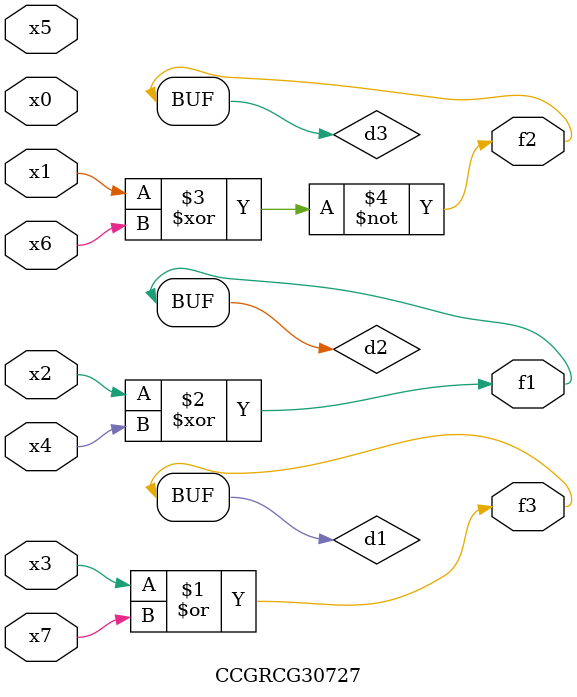
<source format=v>
module CCGRCG30727(
	input x0, x1, x2, x3, x4, x5, x6, x7,
	output f1, f2, f3
);

	wire d1, d2, d3;

	or (d1, x3, x7);
	xor (d2, x2, x4);
	xnor (d3, x1, x6);
	assign f1 = d2;
	assign f2 = d3;
	assign f3 = d1;
endmodule

</source>
